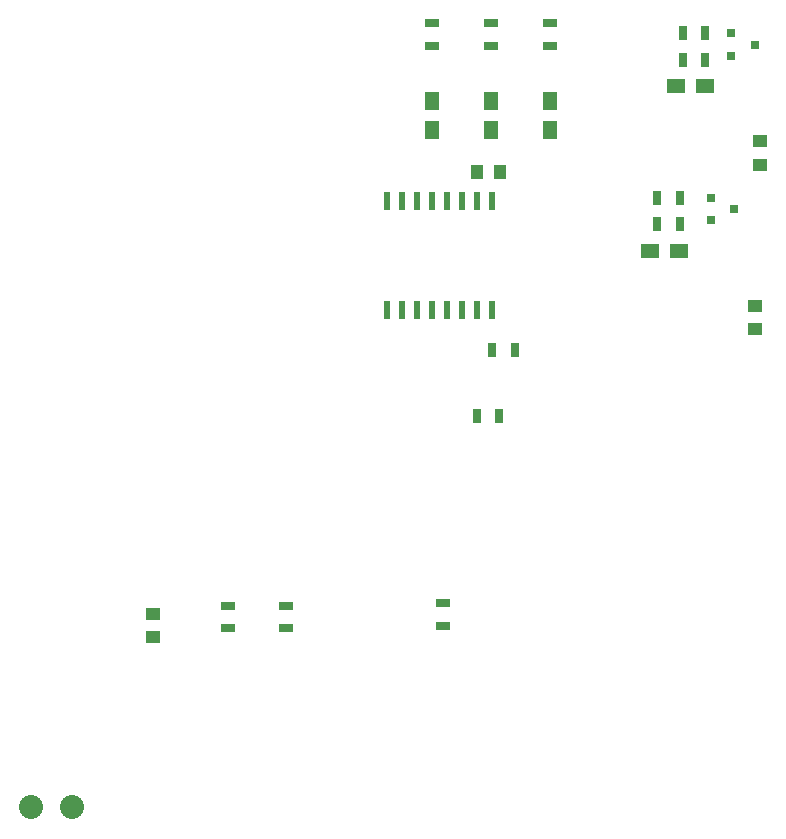
<source format=gtp>
G04 #@! TF.FileFunction,Paste,Top*
%FSLAX46Y46*%
G04 Gerber Fmt 4.6, Leading zero omitted, Abs format (unit mm)*
G04 Created by KiCad (PCBNEW 4.0.2-stable) date 8/22/2016 2:14:48 PM*
%MOMM*%
G01*
G04 APERTURE LIST*
%ADD10C,0.100000*%
%ADD11R,1.300000X0.700000*%
%ADD12R,0.600000X1.500000*%
%ADD13R,1.000000X1.250000*%
%ADD14R,1.250000X1.000000*%
%ADD15C,2.032000*%
%ADD16R,0.800100X0.800100*%
%ADD17R,0.700000X1.300000*%
%ADD18R,1.250000X1.500000*%
%ADD19R,1.500000X1.250000*%
G04 APERTURE END LIST*
D10*
D11*
X62800000Y-131050000D03*
X62800000Y-129150000D03*
X67700000Y-131050000D03*
X67700000Y-129150000D03*
X85000000Y-79850000D03*
X85000000Y-81750000D03*
D12*
X85090000Y-94840000D03*
X83820000Y-94840000D03*
X82550000Y-94840000D03*
X81280000Y-94840000D03*
X80010000Y-94840000D03*
X78740000Y-94840000D03*
X77470000Y-94840000D03*
X76200000Y-94840000D03*
X76200000Y-104140000D03*
X77470000Y-104140000D03*
X78740000Y-104140000D03*
X80010000Y-104140000D03*
X81280000Y-104140000D03*
X82550000Y-104140000D03*
X83820000Y-104140000D03*
X85090000Y-104140000D03*
D11*
X81000000Y-130850000D03*
X81000000Y-128950000D03*
D13*
X83830000Y-92430000D03*
X85830000Y-92430000D03*
D14*
X107390000Y-105730000D03*
X107390000Y-103730000D03*
X107790000Y-91810000D03*
X107790000Y-89810000D03*
D15*
X49557580Y-146190000D03*
X46060000Y-146190000D03*
D16*
X105369240Y-80690000D03*
X105369240Y-82590000D03*
X107368220Y-81640000D03*
X103629240Y-94600000D03*
X103629240Y-96500000D03*
X105628220Y-95550000D03*
D11*
X80000000Y-79850000D03*
X80000000Y-81750000D03*
X90000000Y-79850000D03*
X90000000Y-81750000D03*
D17*
X101280000Y-80690000D03*
X103180000Y-80690000D03*
X101280000Y-82910000D03*
X103180000Y-82910000D03*
X83810000Y-113110000D03*
X85710000Y-113110000D03*
X99110000Y-94590000D03*
X101010000Y-94590000D03*
X99110000Y-96810000D03*
X101010000Y-96810000D03*
X85130000Y-107490000D03*
X87030000Y-107490000D03*
D14*
X56440000Y-131820000D03*
X56440000Y-129820000D03*
D18*
X85000000Y-88900000D03*
X85000000Y-86400000D03*
X80010000Y-88900000D03*
X80010000Y-86400000D03*
X90000000Y-88900000D03*
X90000000Y-86400000D03*
D19*
X98460000Y-99140000D03*
X100960000Y-99140000D03*
X100680000Y-85160000D03*
X103180000Y-85160000D03*
M02*

</source>
